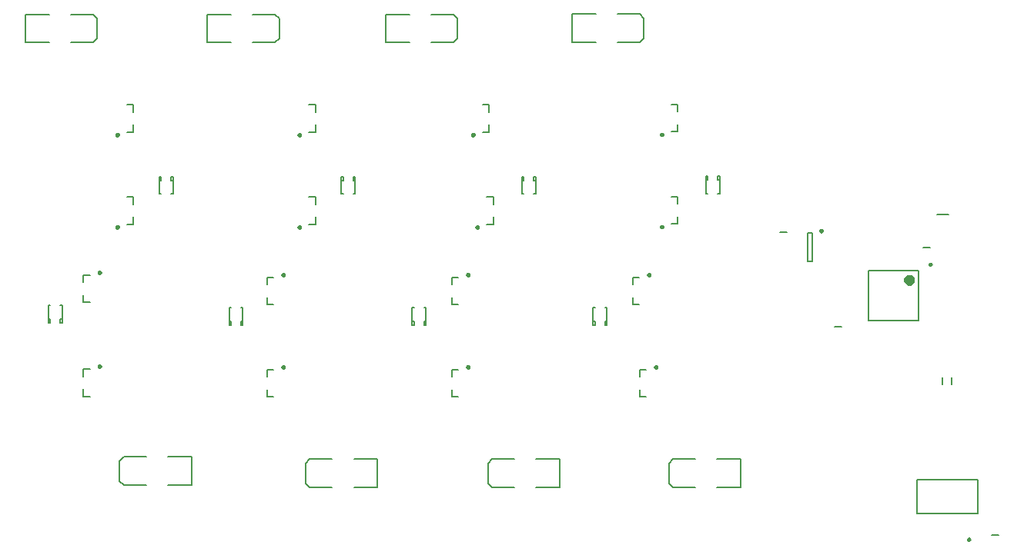
<source format=gbo>
%FSDAX24Y24*%
%MOIN*%
%SFA1B1*%

%IPPOS*%
%ADD55C,0.009800*%
%ADD56C,0.007900*%
%ADD57C,0.023600*%
%LNde-010824-1*%
%LPD*%
G54D55*
X047022Y025519D02*
D01*
X047021Y025522*
X047021Y025525*
X047020Y025529*
X047020Y025532*
X047019Y025535*
X047017Y025538*
X047016Y025542*
X047014Y025544*
X047012Y025547*
X047010Y025550*
X047008Y025553*
X047005Y025555*
X047003Y025557*
X047000Y025559*
X046997Y025561*
X046994Y025563*
X046991Y025564*
X046988Y025565*
X046984Y025566*
X046981Y025567*
X046978Y025567*
X046974Y025567*
X046971*
X046967Y025567*
X046964Y025567*
X046961Y025566*
X046957Y025565*
X046954Y025564*
X046951Y025563*
X046948Y025561*
X046945Y025559*
X046942Y025557*
X046940Y025555*
X046937Y025553*
X046935Y025550*
X046933Y025547*
X046931Y025544*
X046929Y025542*
X046928Y025538*
X046926Y025535*
X046925Y025532*
X046925Y025529*
X046924Y025525*
X046924Y025522*
X046924Y025519*
X046924Y025515*
X046924Y025512*
X046925Y025508*
X046925Y025505*
X046926Y025502*
X046928Y025499*
X046929Y025495*
X046931Y025493*
X046933Y025490*
X046935Y025487*
X046937Y025484*
X046940Y025482*
X046942Y025480*
X046945Y025478*
X046948Y025476*
X046951Y025474*
X046954Y025473*
X046957Y025472*
X046961Y025471*
X046964Y025470*
X046967Y025470*
X046971Y025470*
X046974*
X046978Y025470*
X046981Y025470*
X046984Y025471*
X046988Y025472*
X046991Y025473*
X046994Y025474*
X046997Y025476*
X047000Y025478*
X047003Y025480*
X047005Y025482*
X047008Y025484*
X047010Y025487*
X047012Y025490*
X047014Y025493*
X047016Y025495*
X047017Y025499*
X047019Y025502*
X047020Y025505*
X047020Y025508*
X047021Y025512*
X047021Y025515*
X047022Y025519*
X053410Y012128D02*
D01*
X053409Y012131*
X053409Y012134*
X053408Y012138*
X053408Y012141*
X053407Y012144*
X053405Y012147*
X053404Y012151*
X053402Y012153*
X053400Y012156*
X053398Y012159*
X053396Y012162*
X053393Y012164*
X053391Y012166*
X053388Y012168*
X053385Y012170*
X053382Y012172*
X053379Y012173*
X053376Y012174*
X053372Y012175*
X053369Y012176*
X053366Y012176*
X053362Y012176*
X053359*
X053355Y012176*
X053352Y012176*
X053349Y012175*
X053345Y012174*
X053342Y012173*
X053339Y012172*
X053336Y012170*
X053333Y012168*
X053330Y012166*
X053328Y012164*
X053325Y012162*
X053323Y012159*
X053321Y012156*
X053319Y012153*
X053317Y012151*
X053316Y012147*
X053314Y012144*
X053313Y012141*
X053313Y012138*
X053312Y012134*
X053312Y012131*
X053312Y012128*
X053312Y012124*
X053312Y012121*
X053313Y012117*
X053313Y012114*
X053314Y012111*
X053316Y012108*
X053317Y012104*
X053319Y012102*
X053321Y012099*
X053323Y012096*
X053325Y012093*
X053328Y012091*
X053330Y012089*
X053333Y012087*
X053336Y012085*
X053339Y012083*
X053342Y012082*
X053345Y012081*
X053349Y012080*
X053352Y012079*
X053355Y012079*
X053359Y012079*
X053362*
X053366Y012079*
X053369Y012079*
X053372Y012080*
X053376Y012081*
X053379Y012082*
X053382Y012083*
X053385Y012085*
X053388Y012087*
X053391Y012089*
X053393Y012091*
X053396Y012093*
X053398Y012096*
X053400Y012099*
X053402Y012102*
X053404Y012104*
X053405Y012108*
X053407Y012111*
X053408Y012114*
X053408Y012117*
X053409Y012121*
X053409Y012124*
X053410Y012128*
X051744Y024058D02*
D01*
X051743Y024061*
X051743Y024064*
X051742Y024068*
X051742Y024071*
X051741Y024074*
X051739Y024077*
X051738Y024081*
X051736Y024083*
X051734Y024086*
X051732Y024089*
X051730Y024092*
X051727Y024094*
X051725Y024096*
X051722Y024098*
X051719Y024100*
X051716Y024102*
X051713Y024103*
X051710Y024104*
X051706Y024105*
X051703Y024106*
X051700Y024106*
X051696Y024106*
X051693*
X051689Y024106*
X051686Y024106*
X051683Y024105*
X051679Y024104*
X051676Y024103*
X051673Y024102*
X051670Y024100*
X051667Y024098*
X051664Y024096*
X051662Y024094*
X051659Y024092*
X051657Y024089*
X051655Y024086*
X051653Y024083*
X051651Y024081*
X051650Y024077*
X051648Y024074*
X051647Y024071*
X051647Y024068*
X051646Y024064*
X051646Y024061*
X051646Y024058*
X051646Y024054*
X051646Y024051*
X051647Y024047*
X051647Y024044*
X051648Y024041*
X051650Y024038*
X051651Y024034*
X051653Y024032*
X051655Y024029*
X051657Y024026*
X051659Y024023*
X051662Y024021*
X051664Y024019*
X051667Y024017*
X051670Y024015*
X051673Y024013*
X051676Y024012*
X051679Y024011*
X051683Y024010*
X051686Y024009*
X051689Y024009*
X051693Y024009*
X051696*
X051700Y024009*
X051703Y024009*
X051706Y024010*
X051710Y024011*
X051713Y024012*
X051716Y024013*
X051719Y024015*
X051722Y024017*
X051725Y024019*
X051727Y024021*
X051730Y024023*
X051732Y024026*
X051734Y024029*
X051736Y024032*
X051738Y024034*
X051739Y024038*
X051741Y024041*
X051742Y024044*
X051742Y024047*
X051743Y024051*
X051743Y024054*
X051744Y024058*
X032138Y025679D02*
D01*
X032137Y025682*
X032137Y025685*
X032136Y025689*
X032136Y025692*
X032135Y025695*
X032133Y025698*
X032132Y025702*
X032130Y025704*
X032128Y025707*
X032126Y025710*
X032124Y025713*
X032121Y025715*
X032119Y025717*
X032116Y025719*
X032113Y025721*
X032110Y025723*
X032107Y025724*
X032104Y025725*
X032100Y025726*
X032097Y025727*
X032094Y025727*
X032090Y025727*
X032087*
X032083Y025727*
X032080Y025727*
X032077Y025726*
X032073Y025725*
X032070Y025724*
X032067Y025723*
X032064Y025721*
X032061Y025719*
X032058Y025717*
X032056Y025715*
X032053Y025713*
X032051Y025710*
X032049Y025707*
X032047Y025704*
X032045Y025702*
X032044Y025698*
X032042Y025695*
X032041Y025692*
X032041Y025689*
X032040Y025685*
X032040Y025682*
X032040Y025679*
X032040Y025675*
X032040Y025672*
X032041Y025668*
X032041Y025665*
X032042Y025662*
X032044Y025659*
X032045Y025655*
X032047Y025653*
X032049Y025650*
X032051Y025647*
X032053Y025644*
X032056Y025642*
X032058Y025640*
X032061Y025638*
X032064Y025636*
X032067Y025634*
X032070Y025633*
X032073Y025632*
X032077Y025631*
X032080Y025630*
X032083Y025630*
X032087Y025630*
X032090*
X032094Y025630*
X032097Y025630*
X032100Y025631*
X032104Y025632*
X032107Y025633*
X032110Y025634*
X032113Y025636*
X032116Y025638*
X032119Y025640*
X032121Y025642*
X032124Y025644*
X032126Y025647*
X032128Y025650*
X032130Y025653*
X032132Y025655*
X032133Y025659*
X032135Y025662*
X032136Y025665*
X032136Y025668*
X032137Y025672*
X032137Y025675*
X032138Y025679*
X040120Y025691D02*
D01*
X040119Y025694*
X040119Y025697*
X040118Y025701*
X040118Y025704*
X040117Y025707*
X040115Y025710*
X040114Y025714*
X040112Y025716*
X040110Y025719*
X040108Y025722*
X040106Y025725*
X040103Y025727*
X040101Y025729*
X040098Y025731*
X040095Y025733*
X040092Y025735*
X040089Y025736*
X040086Y025737*
X040082Y025738*
X040079Y025739*
X040076Y025739*
X040072Y025739*
X040069*
X040065Y025739*
X040062Y025739*
X040059Y025738*
X040055Y025737*
X040052Y025736*
X040049Y025735*
X040046Y025733*
X040043Y025731*
X040040Y025729*
X040038Y025727*
X040035Y025725*
X040033Y025722*
X040031Y025719*
X040029Y025716*
X040027Y025714*
X040026Y025710*
X040024Y025707*
X040023Y025704*
X040023Y025701*
X040022Y025697*
X040022Y025694*
X040022Y025691*
X040022Y025687*
X040022Y025684*
X040023Y025680*
X040023Y025677*
X040024Y025674*
X040026Y025671*
X040027Y025667*
X040029Y025665*
X040031Y025662*
X040033Y025659*
X040035Y025656*
X040038Y025654*
X040040Y025652*
X040043Y025650*
X040046Y025648*
X040049Y025646*
X040052Y025645*
X040055Y025644*
X040059Y025643*
X040062Y025642*
X040065Y025642*
X040069Y025642*
X040072*
X040076Y025642*
X040079Y025642*
X040082Y025643*
X040086Y025644*
X040089Y025645*
X040092Y025646*
X040095Y025648*
X040098Y025650*
X040101Y025652*
X040103Y025654*
X040106Y025656*
X040108Y025659*
X040110Y025662*
X040112Y025665*
X040114Y025667*
X040115Y025671*
X040117Y025674*
X040118Y025677*
X040118Y025680*
X040119Y025684*
X040119Y025687*
X040120Y025691*
X016552Y025679D02*
D01*
X016551Y025682*
X016551Y025685*
X016550Y025689*
X016550Y025692*
X016549Y025695*
X016547Y025698*
X016546Y025702*
X016544Y025704*
X016542Y025707*
X016540Y025710*
X016538Y025713*
X016535Y025715*
X016533Y025717*
X016530Y025719*
X016527Y025721*
X016524Y025723*
X016521Y025724*
X016518Y025725*
X016514Y025726*
X016511Y025727*
X016508Y025727*
X016504Y025727*
X016501*
X016497Y025727*
X016494Y025727*
X016491Y025726*
X016487Y025725*
X016484Y025724*
X016481Y025723*
X016478Y025721*
X016475Y025719*
X016472Y025717*
X016470Y025715*
X016467Y025713*
X016465Y025710*
X016463Y025707*
X016461Y025704*
X016459Y025702*
X016458Y025698*
X016456Y025695*
X016455Y025692*
X016455Y025689*
X016454Y025685*
X016454Y025682*
X016454Y025679*
X016454Y025675*
X016454Y025672*
X016455Y025668*
X016455Y025665*
X016456Y025662*
X016458Y025659*
X016459Y025655*
X016461Y025653*
X016463Y025650*
X016465Y025647*
X016467Y025644*
X016470Y025642*
X016472Y025640*
X016475Y025638*
X016478Y025636*
X016481Y025634*
X016484Y025633*
X016487Y025632*
X016491Y025631*
X016494Y025630*
X016497Y025630*
X016501Y025630*
X016504*
X016508Y025630*
X016511Y025630*
X016514Y025631*
X016518Y025632*
X016521Y025633*
X016524Y025634*
X016527Y025636*
X016530Y025638*
X016533Y025640*
X016535Y025642*
X016538Y025644*
X016540Y025647*
X016542Y025650*
X016544Y025653*
X016546Y025655*
X016547Y025659*
X016549Y025662*
X016550Y025665*
X016550Y025668*
X016551Y025672*
X016551Y025675*
X016552Y025679*
X024436D02*
D01*
X024435Y025682*
X024435Y025685*
X024434Y025689*
X024434Y025692*
X024433Y025695*
X024431Y025698*
X024430Y025702*
X024428Y025704*
X024426Y025707*
X024424Y025710*
X024422Y025713*
X024419Y025715*
X024417Y025717*
X024414Y025719*
X024411Y025721*
X024408Y025723*
X024405Y025724*
X024402Y025725*
X024398Y025726*
X024395Y025727*
X024392Y025727*
X024388Y025727*
X024385*
X024381Y025727*
X024378Y025727*
X024375Y025726*
X024371Y025725*
X024368Y025724*
X024365Y025723*
X024362Y025721*
X024359Y025719*
X024356Y025717*
X024354Y025715*
X024351Y025713*
X024349Y025710*
X024347Y025707*
X024345Y025704*
X024343Y025702*
X024342Y025698*
X024340Y025695*
X024339Y025692*
X024339Y025689*
X024338Y025685*
X024338Y025682*
X024338Y025679*
X024338Y025675*
X024338Y025672*
X024339Y025668*
X024339Y025665*
X024340Y025662*
X024342Y025659*
X024343Y025655*
X024345Y025653*
X024347Y025650*
X024349Y025647*
X024351Y025644*
X024354Y025642*
X024356Y025640*
X024359Y025638*
X024362Y025636*
X024365Y025634*
X024368Y025633*
X024371Y025632*
X024375Y025631*
X024378Y025630*
X024381Y025630*
X024385Y025630*
X024388*
X024392Y025630*
X024395Y025630*
X024398Y025631*
X024402Y025632*
X024405Y025633*
X024408Y025634*
X024411Y025636*
X024414Y025638*
X024417Y025640*
X024419Y025642*
X024422Y025644*
X024424Y025647*
X024426Y025650*
X024428Y025653*
X024430Y025655*
X024431Y025659*
X024433Y025662*
X024434Y025665*
X024434Y025668*
X024435Y025672*
X024435Y025675*
X024436Y025679*
X039563Y023609D02*
D01*
X039562Y023612*
X039562Y023615*
X039561Y023619*
X039561Y023622*
X039560Y023625*
X039558Y023628*
X039557Y023632*
X039555Y023634*
X039553Y023637*
X039551Y023640*
X039549Y023643*
X039546Y023645*
X039544Y023647*
X039541Y023649*
X039538Y023651*
X039535Y023653*
X039532Y023654*
X039529Y023655*
X039525Y023656*
X039522Y023657*
X039519Y023657*
X039515Y023657*
X039512*
X039508Y023657*
X039505Y023657*
X039502Y023656*
X039498Y023655*
X039495Y023654*
X039492Y023653*
X039489Y023651*
X039486Y023649*
X039483Y023647*
X039481Y023645*
X039478Y023643*
X039476Y023640*
X039474Y023637*
X039472Y023634*
X039470Y023632*
X039469Y023628*
X039467Y023625*
X039466Y023622*
X039466Y023619*
X039465Y023615*
X039465Y023612*
X039465Y023609*
X039465Y023605*
X039465Y023602*
X039466Y023598*
X039466Y023595*
X039467Y023592*
X039469Y023589*
X039470Y023585*
X039472Y023583*
X039474Y023580*
X039476Y023577*
X039478Y023574*
X039481Y023572*
X039483Y023570*
X039486Y023568*
X039489Y023566*
X039492Y023564*
X039495Y023563*
X039498Y023562*
X039502Y023561*
X039505Y023560*
X039508Y023560*
X039512Y023560*
X039515*
X039519Y023560*
X039522Y023560*
X039525Y023561*
X039529Y023562*
X039532Y023563*
X039535Y023564*
X039538Y023566*
X039541Y023568*
X039544Y023570*
X039546Y023572*
X039549Y023574*
X039551Y023577*
X039553Y023580*
X039555Y023583*
X039557Y023585*
X039558Y023589*
X039560Y023592*
X039561Y023595*
X039561Y023598*
X039562Y023602*
X039562Y023605*
X039563Y023609*
X016552Y029679D02*
D01*
X016551Y029682*
X016551Y029685*
X016550Y029689*
X016550Y029692*
X016549Y029695*
X016547Y029698*
X016546Y029702*
X016544Y029704*
X016542Y029707*
X016540Y029710*
X016538Y029713*
X016535Y029715*
X016533Y029717*
X016530Y029719*
X016527Y029721*
X016524Y029723*
X016521Y029724*
X016518Y029725*
X016514Y029726*
X016511Y029727*
X016508Y029727*
X016504Y029727*
X016501*
X016497Y029727*
X016494Y029727*
X016491Y029726*
X016487Y029725*
X016484Y029724*
X016481Y029723*
X016478Y029721*
X016475Y029719*
X016472Y029717*
X016470Y029715*
X016467Y029713*
X016465Y029710*
X016463Y029707*
X016461Y029704*
X016459Y029702*
X016458Y029698*
X016456Y029695*
X016455Y029692*
X016455Y029689*
X016454Y029685*
X016454Y029682*
X016454Y029679*
X016454Y029675*
X016454Y029672*
X016455Y029668*
X016455Y029665*
X016456Y029662*
X016458Y029659*
X016459Y029655*
X016461Y029653*
X016463Y029650*
X016465Y029647*
X016467Y029644*
X016470Y029642*
X016472Y029640*
X016475Y029638*
X016478Y029636*
X016481Y029634*
X016484Y029633*
X016487Y029632*
X016491Y029631*
X016494Y029630*
X016497Y029630*
X016501Y029630*
X016504*
X016508Y029630*
X016511Y029630*
X016514Y029631*
X016518Y029632*
X016521Y029633*
X016524Y029634*
X016527Y029636*
X016530Y029638*
X016533Y029640*
X016535Y029642*
X016538Y029644*
X016540Y029647*
X016542Y029650*
X016544Y029653*
X016546Y029655*
X016547Y029659*
X016549Y029662*
X016550Y029665*
X016550Y029668*
X016551Y029672*
X016551Y029675*
X016552Y029679*
X024436D02*
D01*
X024435Y029682*
X024435Y029685*
X024434Y029689*
X024434Y029692*
X024433Y029695*
X024431Y029698*
X024430Y029702*
X024428Y029704*
X024426Y029707*
X024424Y029710*
X024422Y029713*
X024419Y029715*
X024417Y029717*
X024414Y029719*
X024411Y029721*
X024408Y029723*
X024405Y029724*
X024402Y029725*
X024398Y029726*
X024395Y029727*
X024392Y029727*
X024388Y029727*
X024385*
X024381Y029727*
X024378Y029727*
X024375Y029726*
X024371Y029725*
X024368Y029724*
X024365Y029723*
X024362Y029721*
X024359Y029719*
X024356Y029717*
X024354Y029715*
X024351Y029713*
X024349Y029710*
X024347Y029707*
X024345Y029704*
X024343Y029702*
X024342Y029698*
X024340Y029695*
X024339Y029692*
X024339Y029689*
X024338Y029685*
X024338Y029682*
X024338Y029679*
X024338Y029675*
X024338Y029672*
X024339Y029668*
X024339Y029665*
X024340Y029662*
X024342Y029659*
X024343Y029655*
X024345Y029653*
X024347Y029650*
X024349Y029647*
X024351Y029644*
X024354Y029642*
X024356Y029640*
X024359Y029638*
X024362Y029636*
X024365Y029634*
X024368Y029633*
X024371Y029632*
X024375Y029631*
X024378Y029630*
X024381Y029630*
X024385Y029630*
X024388*
X024392Y029630*
X024395Y029630*
X024398Y029631*
X024402Y029632*
X024405Y029633*
X024408Y029634*
X024411Y029636*
X024414Y029638*
X024417Y029640*
X024419Y029642*
X024422Y029644*
X024424Y029647*
X024426Y029650*
X024428Y029653*
X024430Y029655*
X024431Y029659*
X024433Y029662*
X024434Y029665*
X024434Y029668*
X024435Y029672*
X024435Y029675*
X024436Y029679*
X031728Y023609D02*
D01*
X031727Y023612*
X031727Y023615*
X031726Y023619*
X031726Y023622*
X031725Y023625*
X031723Y023628*
X031722Y023632*
X031720Y023634*
X031718Y023637*
X031716Y023640*
X031714Y023643*
X031711Y023645*
X031709Y023647*
X031706Y023649*
X031703Y023651*
X031700Y023653*
X031697Y023654*
X031694Y023655*
X031690Y023656*
X031687Y023657*
X031684Y023657*
X031680Y023657*
X031677*
X031673Y023657*
X031670Y023657*
X031667Y023656*
X031663Y023655*
X031660Y023654*
X031657Y023653*
X031654Y023651*
X031651Y023649*
X031648Y023647*
X031646Y023645*
X031643Y023643*
X031641Y023640*
X031639Y023637*
X031637Y023634*
X031635Y023632*
X031634Y023628*
X031632Y023625*
X031631Y023622*
X031631Y023619*
X031630Y023615*
X031630Y023612*
X031630Y023609*
X031630Y023605*
X031630Y023602*
X031631Y023598*
X031631Y023595*
X031632Y023592*
X031634Y023589*
X031635Y023585*
X031637Y023583*
X031639Y023580*
X031641Y023577*
X031643Y023574*
X031646Y023572*
X031648Y023570*
X031651Y023568*
X031654Y023566*
X031657Y023564*
X031660Y023563*
X031663Y023562*
X031667Y023561*
X031670Y023560*
X031673Y023560*
X031677Y023560*
X031680*
X031684Y023560*
X031687Y023560*
X031690Y023561*
X031694Y023562*
X031697Y023563*
X031700Y023564*
X031703Y023566*
X031706Y023568*
X031709Y023570*
X031711Y023572*
X031714Y023574*
X031716Y023577*
X031718Y023580*
X031720Y023583*
X031722Y023585*
X031723Y023589*
X031725Y023592*
X031726Y023595*
X031726Y023598*
X031727Y023602*
X031727Y023605*
X031728Y023609*
X031952Y029679D02*
D01*
X031951Y029682*
X031951Y029685*
X031950Y029689*
X031950Y029692*
X031949Y029695*
X031947Y029698*
X031946Y029702*
X031944Y029704*
X031942Y029707*
X031940Y029710*
X031938Y029713*
X031935Y029715*
X031933Y029717*
X031930Y029719*
X031927Y029721*
X031924Y029723*
X031921Y029724*
X031918Y029725*
X031914Y029726*
X031911Y029727*
X031908Y029727*
X031904Y029727*
X031901*
X031897Y029727*
X031894Y029727*
X031891Y029726*
X031887Y029725*
X031884Y029724*
X031881Y029723*
X031878Y029721*
X031875Y029719*
X031872Y029717*
X031870Y029715*
X031867Y029713*
X031865Y029710*
X031863Y029707*
X031861Y029704*
X031859Y029702*
X031858Y029698*
X031856Y029695*
X031855Y029692*
X031855Y029689*
X031854Y029685*
X031854Y029682*
X031854Y029679*
X031854Y029675*
X031854Y029672*
X031855Y029668*
X031855Y029665*
X031856Y029662*
X031858Y029659*
X031859Y029655*
X031861Y029653*
X031863Y029650*
X031865Y029647*
X031867Y029644*
X031870Y029642*
X031872Y029640*
X031875Y029638*
X031878Y029636*
X031881Y029634*
X031884Y029633*
X031887Y029632*
X031891Y029631*
X031894Y029630*
X031897Y029630*
X031901Y029630*
X031904*
X031908Y029630*
X031911Y029630*
X031914Y029631*
X031918Y029632*
X031921Y029633*
X031924Y029634*
X031927Y029636*
X031930Y029638*
X031933Y029640*
X031935Y029642*
X031938Y029644*
X031940Y029647*
X031942Y029650*
X031944Y029653*
X031946Y029655*
X031947Y029659*
X031949Y029662*
X031950Y029665*
X031950Y029668*
X031951Y029672*
X031951Y029675*
X031952Y029679*
X040120Y029691D02*
D01*
X040119Y029694*
X040119Y029697*
X040118Y029701*
X040118Y029704*
X040117Y029707*
X040115Y029710*
X040114Y029714*
X040112Y029716*
X040110Y029719*
X040108Y029722*
X040106Y029725*
X040103Y029727*
X040101Y029729*
X040098Y029731*
X040095Y029733*
X040092Y029735*
X040089Y029736*
X040086Y029737*
X040082Y029738*
X040079Y029739*
X040076Y029739*
X040072Y029739*
X040069*
X040065Y029739*
X040062Y029739*
X040059Y029738*
X040055Y029737*
X040052Y029736*
X040049Y029735*
X040046Y029733*
X040043Y029731*
X040040Y029729*
X040038Y029727*
X040035Y029725*
X040033Y029722*
X040031Y029719*
X040029Y029716*
X040027Y029714*
X040026Y029710*
X040024Y029707*
X040023Y029704*
X040023Y029701*
X040022Y029697*
X040022Y029694*
X040022Y029691*
X040022Y029687*
X040022Y029684*
X040023Y029680*
X040023Y029677*
X040024Y029674*
X040026Y029671*
X040027Y029667*
X040029Y029665*
X040031Y029662*
X040033Y029659*
X040035Y029656*
X040038Y029654*
X040040Y029652*
X040043Y029650*
X040046Y029648*
X040049Y029646*
X040052Y029645*
X040055Y029644*
X040059Y029643*
X040062Y029642*
X040065Y029642*
X040069Y029642*
X040072*
X040076Y029642*
X040079Y029642*
X040082Y029643*
X040086Y029644*
X040089Y029645*
X040092Y029646*
X040095Y029648*
X040098Y029650*
X040101Y029652*
X040103Y029654*
X040106Y029656*
X040108Y029659*
X040110Y029662*
X040112Y029665*
X040114Y029667*
X040115Y029671*
X040117Y029674*
X040118Y029677*
X040118Y029680*
X040119Y029684*
X040119Y029687*
X040120Y029691*
X023734Y023609D02*
D01*
X023733Y023612*
X023733Y023615*
X023732Y023619*
X023732Y023622*
X023731Y023625*
X023729Y023628*
X023728Y023632*
X023726Y023634*
X023724Y023637*
X023722Y023640*
X023720Y023643*
X023717Y023645*
X023715Y023647*
X023712Y023649*
X023709Y023651*
X023706Y023653*
X023703Y023654*
X023700Y023655*
X023696Y023656*
X023693Y023657*
X023690Y023657*
X023686Y023657*
X023683*
X023679Y023657*
X023676Y023657*
X023673Y023656*
X023669Y023655*
X023666Y023654*
X023663Y023653*
X023660Y023651*
X023657Y023649*
X023654Y023647*
X023652Y023645*
X023649Y023643*
X023647Y023640*
X023645Y023637*
X023643Y023634*
X023641Y023632*
X023640Y023628*
X023638Y023625*
X023637Y023622*
X023637Y023619*
X023636Y023615*
X023636Y023612*
X023636Y023609*
X023636Y023605*
X023636Y023602*
X023637Y023598*
X023637Y023595*
X023638Y023592*
X023640Y023589*
X023641Y023585*
X023643Y023583*
X023645Y023580*
X023647Y023577*
X023649Y023574*
X023652Y023572*
X023654Y023570*
X023657Y023568*
X023660Y023566*
X023663Y023564*
X023666Y023563*
X023669Y023562*
X023673Y023561*
X023676Y023560*
X023679Y023560*
X023683Y023560*
X023686*
X023690Y023560*
X023693Y023560*
X023696Y023561*
X023700Y023562*
X023703Y023563*
X023706Y023564*
X023709Y023566*
X023712Y023568*
X023715Y023570*
X023717Y023572*
X023720Y023574*
X023722Y023577*
X023724Y023580*
X023726Y023583*
X023728Y023585*
X023729Y023589*
X023731Y023592*
X023732Y023595*
X023732Y023598*
X023733Y023602*
X023733Y023605*
X023734Y023609*
X039863Y019609D02*
D01*
X039862Y019612*
X039862Y019615*
X039861Y019619*
X039861Y019622*
X039860Y019625*
X039858Y019628*
X039857Y019632*
X039855Y019634*
X039853Y019637*
X039851Y019640*
X039849Y019643*
X039846Y019645*
X039844Y019647*
X039841Y019649*
X039838Y019651*
X039835Y019653*
X039832Y019654*
X039829Y019655*
X039825Y019656*
X039822Y019657*
X039819Y019657*
X039815Y019657*
X039812*
X039808Y019657*
X039805Y019657*
X039802Y019656*
X039798Y019655*
X039795Y019654*
X039792Y019653*
X039789Y019651*
X039786Y019649*
X039783Y019647*
X039781Y019645*
X039778Y019643*
X039776Y019640*
X039774Y019637*
X039772Y019634*
X039770Y019632*
X039769Y019628*
X039767Y019625*
X039766Y019622*
X039766Y019619*
X039765Y019615*
X039765Y019612*
X039765Y019609*
X039765Y019605*
X039765Y019602*
X039766Y019598*
X039766Y019595*
X039767Y019592*
X039769Y019589*
X039770Y019585*
X039772Y019583*
X039774Y019580*
X039776Y019577*
X039778Y019574*
X039781Y019572*
X039783Y019570*
X039786Y019568*
X039789Y019566*
X039792Y019564*
X039795Y019563*
X039798Y019562*
X039802Y019561*
X039805Y019560*
X039808Y019560*
X039812Y019560*
X039815*
X039819Y019560*
X039822Y019560*
X039825Y019561*
X039829Y019562*
X039832Y019563*
X039835Y019564*
X039838Y019566*
X039841Y019568*
X039844Y019570*
X039846Y019572*
X039849Y019574*
X039851Y019577*
X039853Y019580*
X039855Y019583*
X039857Y019585*
X039858Y019589*
X039860Y019592*
X039861Y019595*
X039861Y019598*
X039862Y019602*
X039862Y019605*
X039863Y019609*
X031728D02*
D01*
X031727Y019612*
X031727Y019615*
X031726Y019619*
X031726Y019622*
X031725Y019625*
X031723Y019628*
X031722Y019632*
X031720Y019634*
X031718Y019637*
X031716Y019640*
X031714Y019643*
X031711Y019645*
X031709Y019647*
X031706Y019649*
X031703Y019651*
X031700Y019653*
X031697Y019654*
X031694Y019655*
X031690Y019656*
X031687Y019657*
X031684Y019657*
X031680Y019657*
X031677*
X031673Y019657*
X031670Y019657*
X031667Y019656*
X031663Y019655*
X031660Y019654*
X031657Y019653*
X031654Y019651*
X031651Y019649*
X031648Y019647*
X031646Y019645*
X031643Y019643*
X031641Y019640*
X031639Y019637*
X031637Y019634*
X031635Y019632*
X031634Y019628*
X031632Y019625*
X031631Y019622*
X031631Y019619*
X031630Y019615*
X031630Y019612*
X031630Y019609*
X031630Y019605*
X031630Y019602*
X031631Y019598*
X031631Y019595*
X031632Y019592*
X031634Y019589*
X031635Y019585*
X031637Y019583*
X031639Y019580*
X031641Y019577*
X031643Y019574*
X031646Y019572*
X031648Y019570*
X031651Y019568*
X031654Y019566*
X031657Y019564*
X031660Y019563*
X031663Y019562*
X031667Y019561*
X031670Y019560*
X031673Y019560*
X031677Y019560*
X031680*
X031684Y019560*
X031687Y019560*
X031690Y019561*
X031694Y019562*
X031697Y019563*
X031700Y019564*
X031703Y019566*
X031706Y019568*
X031709Y019570*
X031711Y019572*
X031714Y019574*
X031716Y019577*
X031718Y019580*
X031720Y019583*
X031722Y019585*
X031723Y019589*
X031725Y019592*
X031726Y019595*
X031726Y019598*
X031727Y019602*
X031727Y019605*
X031728Y019609*
X015778Y023709D02*
D01*
X015777Y023712*
X015777Y023715*
X015776Y023719*
X015776Y023722*
X015775Y023725*
X015773Y023728*
X015772Y023732*
X015770Y023734*
X015768Y023737*
X015766Y023740*
X015764Y023743*
X015761Y023745*
X015759Y023747*
X015756Y023749*
X015753Y023751*
X015750Y023753*
X015747Y023754*
X015744Y023755*
X015740Y023756*
X015737Y023757*
X015734Y023757*
X015730Y023757*
X015727*
X015723Y023757*
X015720Y023757*
X015717Y023756*
X015713Y023755*
X015710Y023754*
X015707Y023753*
X015704Y023751*
X015701Y023749*
X015698Y023747*
X015696Y023745*
X015693Y023743*
X015691Y023740*
X015689Y023737*
X015687Y023734*
X015685Y023732*
X015684Y023728*
X015682Y023725*
X015681Y023722*
X015681Y023719*
X015680Y023715*
X015680Y023712*
X015680Y023709*
X015680Y023705*
X015680Y023702*
X015681Y023698*
X015681Y023695*
X015682Y023692*
X015684Y023689*
X015685Y023685*
X015687Y023683*
X015689Y023680*
X015691Y023677*
X015693Y023674*
X015696Y023672*
X015698Y023670*
X015701Y023668*
X015704Y023666*
X015707Y023664*
X015710Y023663*
X015713Y023662*
X015717Y023661*
X015720Y023660*
X015723Y023660*
X015727Y023660*
X015730*
X015734Y023660*
X015737Y023660*
X015740Y023661*
X015744Y023662*
X015747Y023663*
X015750Y023664*
X015753Y023666*
X015756Y023668*
X015759Y023670*
X015761Y023672*
X015764Y023674*
X015766Y023677*
X015768Y023680*
X015770Y023683*
X015772Y023685*
X015773Y023689*
X015775Y023692*
X015776Y023695*
X015776Y023698*
X015777Y023702*
X015777Y023705*
X015778Y023709*
X023734Y019609D02*
D01*
X023733Y019612*
X023733Y019615*
X023732Y019619*
X023732Y019622*
X023731Y019625*
X023729Y019628*
X023728Y019632*
X023726Y019634*
X023724Y019637*
X023722Y019640*
X023720Y019643*
X023717Y019645*
X023715Y019647*
X023712Y019649*
X023709Y019651*
X023706Y019653*
X023703Y019654*
X023700Y019655*
X023696Y019656*
X023693Y019657*
X023690Y019657*
X023686Y019657*
X023683*
X023679Y019657*
X023676Y019657*
X023673Y019656*
X023669Y019655*
X023666Y019654*
X023663Y019653*
X023660Y019651*
X023657Y019649*
X023654Y019647*
X023652Y019645*
X023649Y019643*
X023647Y019640*
X023645Y019637*
X023643Y019634*
X023641Y019632*
X023640Y019628*
X023638Y019625*
X023637Y019622*
X023637Y019619*
X023636Y019615*
X023636Y019612*
X023636Y019609*
X023636Y019605*
X023636Y019602*
X023637Y019598*
X023637Y019595*
X023638Y019592*
X023640Y019589*
X023641Y019585*
X023643Y019583*
X023645Y019580*
X023647Y019577*
X023649Y019574*
X023652Y019572*
X023654Y019570*
X023657Y019568*
X023660Y019566*
X023663Y019564*
X023666Y019563*
X023669Y019562*
X023673Y019561*
X023676Y019560*
X023679Y019560*
X023683Y019560*
X023686*
X023690Y019560*
X023693Y019560*
X023696Y019561*
X023700Y019562*
X023703Y019563*
X023706Y019564*
X023709Y019566*
X023712Y019568*
X023715Y019570*
X023717Y019572*
X023720Y019574*
X023722Y019577*
X023724Y019580*
X023726Y019583*
X023728Y019585*
X023729Y019589*
X023731Y019592*
X023732Y019595*
X023732Y019598*
X023733Y019602*
X023733Y019605*
X023734Y019609*
X015778Y019635D02*
D01*
X015777Y019638*
X015777Y019641*
X015776Y019645*
X015776Y019648*
X015775Y019651*
X015773Y019654*
X015772Y019658*
X015770Y019660*
X015768Y019663*
X015766Y019666*
X015764Y019669*
X015761Y019671*
X015759Y019673*
X015756Y019675*
X015753Y019677*
X015750Y019679*
X015747Y019680*
X015744Y019681*
X015740Y019682*
X015737Y019683*
X015734Y019683*
X015730Y019683*
X015727*
X015723Y019683*
X015720Y019683*
X015717Y019682*
X015713Y019681*
X015710Y019680*
X015707Y019679*
X015704Y019677*
X015701Y019675*
X015698Y019673*
X015696Y019671*
X015693Y019669*
X015691Y019666*
X015689Y019663*
X015687Y019660*
X015685Y019658*
X015684Y019654*
X015682Y019651*
X015681Y019648*
X015681Y019645*
X015680Y019641*
X015680Y019638*
X015680Y019635*
X015680Y019631*
X015680Y019628*
X015681Y019624*
X015681Y019621*
X015682Y019618*
X015684Y019615*
X015685Y019611*
X015687Y019609*
X015689Y019606*
X015691Y019603*
X015693Y019600*
X015696Y019598*
X015698Y019596*
X015701Y019594*
X015704Y019592*
X015707Y019590*
X015710Y019589*
X015713Y019588*
X015717Y019587*
X015720Y019586*
X015723Y019586*
X015727Y019586*
X015730*
X015734Y019586*
X015737Y019586*
X015740Y019587*
X015744Y019588*
X015747Y019589*
X015750Y019590*
X015753Y019592*
X015756Y019594*
X015759Y019596*
X015761Y019598*
X015764Y019600*
X015766Y019603*
X015768Y019606*
X015770Y019609*
X015772Y019611*
X015773Y019615*
X015775Y019618*
X015776Y019621*
X015776Y019624*
X015777Y019628*
X015777Y019631*
X015778Y019635*
G54D56*
X051994Y026222D02*
X052506D01*
X051393Y024781D02*
X051707D01*
X047543Y021369D02*
X047857D01*
X046402Y024190D02*
Y025410D01*
X046598Y024190D02*
Y025410D01*
X046402Y024190D02*
X046598D01*
X046402Y025410D02*
X046598D01*
X045193Y025469D02*
X045507D01*
X051137Y014707D02*
X053774D01*
X051137Y013250D02*
Y014707D01*
Y013250D02*
X053774D01*
Y014707*
X051183Y021617D02*
Y023783D01*
X049017Y021617D02*
Y023783D01*
X051183*
X049017Y021617D02*
X051183D01*
X032502Y025797D02*
X032778D01*
Y026112*
X032502Y026978D02*
X032778D01*
Y026663D02*
Y026978D01*
X040484Y025809D02*
X040760D01*
Y026124*
X040484Y026991D02*
X040760D01*
Y026676D02*
Y026991D01*
X016916Y025797D02*
X017191D01*
Y026112*
X016916Y026978D02*
X017191D01*
Y026663D02*
Y026978D01*
X024800Y025797D02*
X025076D01*
Y026112*
X024800Y026978D02*
X025076D01*
Y026663D02*
Y026978D01*
X038824Y023491D02*
X039100D01*
X038824Y023176D02*
Y023491D01*
Y022309D02*
X039100D01*
X038824D02*
Y022624D01*
X016916Y029797D02*
X017191D01*
Y030112*
X016916Y030978D02*
X017191D01*
Y030663D02*
Y030978D01*
X024800Y029797D02*
X025076D01*
Y030112*
X024800Y030978D02*
X025076D01*
Y030663D02*
Y030978D01*
X030990Y023491D02*
X031265D01*
X030990Y023176D02*
Y023491D01*
Y022309D02*
X031265D01*
X030990D02*
Y022624D01*
X032316Y029797D02*
X032591D01*
Y030112*
X032316Y030978D02*
X032591D01*
Y030663D02*
Y030978D01*
X040484Y029809D02*
X040760D01*
Y030124*
X040484Y030991D02*
X040760D01*
Y030676D02*
Y030991D01*
X022996Y023491D02*
X023272D01*
X022996Y023176D02*
Y023491D01*
Y022309D02*
X023272D01*
X022996D02*
Y022624D01*
X039124Y019491D02*
X039400D01*
X039124Y019176D02*
Y019491D01*
Y018309D02*
X039400D01*
X039124D02*
Y018624D01*
X030990Y019491D02*
X031265D01*
X030990Y019176D02*
Y019491D01*
Y018309D02*
X031265D01*
X030990D02*
Y018624D01*
X015040Y023591D02*
X015316D01*
X015040Y023276D02*
Y023591D01*
Y022409D02*
X015316D01*
X015040D02*
Y022724D01*
X022996Y019491D02*
X023272D01*
X022996Y019176D02*
Y019491D01*
Y018309D02*
X023272D01*
X022996D02*
Y018624D01*
X015040Y019517D02*
X015316D01*
X015040Y019202D02*
Y019517D01*
Y018335D02*
X015316D01*
X015040D02*
Y018650D01*
X034099Y027704D02*
Y027862D01*
X034020Y027704D02*
X034099D01*
X034532D02*
X034611D01*
X034532D02*
Y027862D01*
X034611Y027114D02*
Y027862D01*
X034020Y027114D02*
Y027862D01*
X034532Y027114D02*
X034611D01*
X034532Y027862D02*
X034611D01*
X034020Y027114D02*
X034099D01*
X034020Y027862D02*
X034099D01*
X042068Y027717D02*
Y027874D01*
X041989Y027717D02*
X042068D01*
X042501D02*
X042580D01*
X042501D02*
Y027874D01*
X042580Y027126D02*
Y027874D01*
X041989Y027126D02*
Y027874D01*
X042501Y027126D02*
X042580D01*
X042501Y027874D02*
X042580D01*
X041989Y027126D02*
X042068D01*
X041989Y027874D02*
X042068D01*
X018399Y027704D02*
Y027862D01*
X018320Y027704D02*
X018399D01*
X018832D02*
X018911D01*
X018832D02*
Y027862D01*
X018911Y027114D02*
Y027862D01*
X018320Y027114D02*
Y027862D01*
X018832Y027114D02*
X018911D01*
X018832Y027862D02*
X018911D01*
X018320Y027114D02*
X018399D01*
X018320Y027862D02*
X018399D01*
X026283Y027704D02*
Y027862D01*
X026205Y027704D02*
X026283D01*
X026717D02*
X026795D01*
X026717D02*
Y027862D01*
X026795Y027114D02*
Y027862D01*
X026205Y027114D02*
Y027862D01*
X026717Y027114D02*
X026795D01*
X026717Y027862D02*
X026795D01*
X026205Y027114D02*
X026283D01*
X026205Y027862D02*
X026283D01*
X037617Y021426D02*
Y021583D01*
X037695*
X037105D02*
X037183D01*
Y021426D02*
Y021583D01*
X037105Y021426D02*
Y022174D01*
X037695Y021426D02*
Y022174D01*
X037105D02*
X037183D01*
X037105Y021426D02*
X037183D01*
X037617Y022174D02*
X037695D01*
X037617Y021426D02*
X037695D01*
X014488Y034898D02*
X015453D01*
X014488Y033678D02*
X015453D01*
X012520D02*
X013543D01*
X012520Y034898D02*
X013543D01*
X015630Y033855D02*
Y034721D01*
X015453Y033678D02*
X015630Y033855D01*
X015453Y034898D02*
X015630Y034721D01*
X012520Y033678D02*
Y034898D01*
X040563Y014390D02*
X041528D01*
X040563Y015610D02*
X041528D01*
X042472D02*
X043496D01*
X042472Y014390D02*
X043496D01*
X040386Y014567D02*
Y015433D01*
X040563Y015610*
X040386Y014567D02*
X040563Y014390D01*
X043496D02*
Y015610D01*
X029782Y021426D02*
Y021583D01*
X029861*
X029270D02*
X029349D01*
Y021426D02*
Y021583D01*
X029270Y021426D02*
Y022174D01*
X029861Y021426D02*
Y022174D01*
X029270D02*
X029349D01*
X029270Y021426D02*
X029349D01*
X029782Y022174D02*
X029861D01*
X029782Y021426D02*
X029861D01*
X022372Y034898D02*
X023337D01*
X022372Y033678D02*
X023337D01*
X020404D02*
X021428D01*
X020404Y034898D02*
X021428D01*
X023514Y033855D02*
Y034721D01*
X023337Y033678D02*
X023514Y033855D01*
X023337Y034898D02*
X023514Y034721D01*
X020404Y033678D02*
Y034898D01*
X032728Y014390D02*
X033693D01*
X032728Y015610D02*
X033693D01*
X034638D02*
X035661D01*
X034638Y014390D02*
X035661D01*
X032551Y014567D02*
Y015433D01*
X032728Y015610*
X032551Y014567D02*
X032728Y014390D01*
X035661D02*
Y015610D01*
X021853Y021426D02*
Y021583D01*
X021932*
X021342D02*
X021420D01*
Y021426D02*
Y021583D01*
X021342Y021426D02*
Y022174D01*
X021932Y021426D02*
Y022174D01*
X021342D02*
X021420D01*
X021342Y021426D02*
X021420D01*
X021853Y022174D02*
X021932D01*
X021853Y021426D02*
X021932D01*
X030088Y034898D02*
X031053D01*
X030088Y033678D02*
X031053D01*
X028120D02*
X029143D01*
X028120Y034898D02*
X029143D01*
X031230Y033855D02*
Y034721D01*
X031053Y033678D02*
X031230Y033855D01*
X031053Y034898D02*
X031230Y034721D01*
X028120Y033678D02*
Y034898D01*
X024834Y014390D02*
X025799D01*
X024834Y015610D02*
X025799D01*
X026744D02*
X027768D01*
X026744Y014390D02*
X027768D01*
X024657Y014567D02*
Y015433D01*
X024834Y015610*
X024657Y014567D02*
X024834Y014390D01*
X027768D02*
Y015610D01*
X014032Y021526D02*
Y021683D01*
X014111*
X013520D02*
X013599D01*
Y021526D02*
Y021683D01*
X013520Y021526D02*
Y022274D01*
X014111Y021526D02*
Y022274D01*
X013520D02*
X013599D01*
X013520Y021526D02*
X013599D01*
X014032Y022274D02*
X014111D01*
X014032Y021526D02*
X014111D01*
X038157Y034910D02*
X039121D01*
X038157Y033690D02*
X039121D01*
X036188D02*
X037212D01*
X036188Y034910D02*
X037212D01*
X039298Y033867D02*
Y034733D01*
X039121Y033690D02*
X039298Y033867D01*
X039121Y034910D02*
X039298Y034733D01*
X036188Y033690D02*
Y034910D01*
X016779Y014490D02*
X017743D01*
X016779Y015710D02*
X017743D01*
X018688D02*
X019712D01*
X018688Y014490D02*
X019712D01*
X016602Y014667D02*
Y015533D01*
X016779Y015710*
X016602Y014667D02*
X016779Y014490D01*
X019712D02*
Y015710D01*
X054343Y012331D02*
X054657D01*
X052219Y018843D02*
Y019157D01*
X052631Y018843D02*
Y019157D01*
G54D57*
X050907Y023389D02*
D01*
X050906Y023397*
X050905Y023405*
X050904Y023413*
X050902Y023421*
X050899Y023429*
X050896Y023436*
X050893Y023444*
X050889Y023451*
X050884Y023458*
X050879Y023464*
X050873Y023470*
X050867Y023476*
X050861Y023481*
X050854Y023486*
X050848Y023491*
X050840Y023495*
X050833Y023498*
X050825Y023501*
X050817Y023503*
X050809Y023505*
X050801Y023506*
X050793Y023506*
X050784*
X050776Y023506*
X050768Y023505*
X050760Y023503*
X050752Y023501*
X050744Y023498*
X050737Y023495*
X050730Y023491*
X050723Y023486*
X050716Y023481*
X050710Y023476*
X050704Y023470*
X050698Y023464*
X050693Y023458*
X050688Y023451*
X050684Y023444*
X050681Y023436*
X050678Y023429*
X050675Y023421*
X050673Y023413*
X050672Y023405*
X050671Y023397*
X050671Y023389*
X050671Y023380*
X050672Y023372*
X050673Y023364*
X050675Y023356*
X050678Y023348*
X050681Y023341*
X050684Y023333*
X050688Y023326*
X050693Y023319*
X050698Y023313*
X050704Y023307*
X050710Y023301*
X050716Y023296*
X050723Y023291*
X050730Y023286*
X050737Y023282*
X050744Y023279*
X050752Y023276*
X050760Y023274*
X050768Y023272*
X050776Y023271*
X050784Y023271*
X050793*
X050801Y023271*
X050809Y023272*
X050817Y023274*
X050825Y023276*
X050833Y023279*
X050840Y023282*
X050848Y023286*
X050854Y023291*
X050861Y023296*
X050867Y023301*
X050873Y023307*
X050879Y023313*
X050884Y023319*
X050889Y023326*
X050893Y023333*
X050896Y023341*
X050899Y023348*
X050902Y023356*
X050904Y023364*
X050905Y023372*
X050906Y023380*
X050907Y023389*
M02*
</source>
